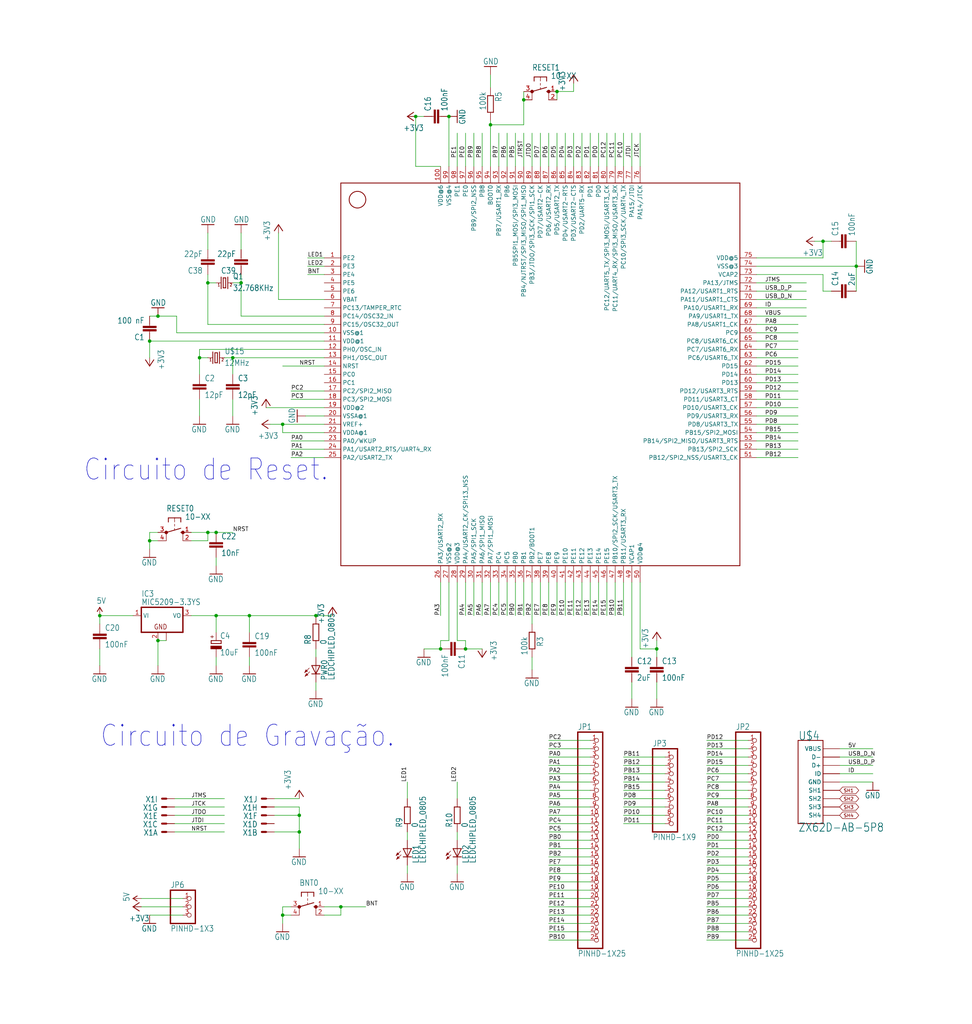
<source format=kicad_sch>
(kicad_sch (version 20211123) (generator eeschema)
  (paper "User" 297.002 312.699)
  (junction (at 30.48 187.96))
  (junction (at 104.14 276.86))
  (junction (at 142.24 198.12))
  (junction (at 48.26 195.58))
  (junction (at 137.16 35.56))
  (junction (at 73.66 86.36))
  (junction (at 134.62 198.12))
  (junction (at 170.18 27.94))
  (junction (at 66.04 162.56))
  (junction (at 48.26 96.52))
  (junction (at 60.96 109.22))
  (junction (at 66.04 187.96))
  (junction (at 149.86 38.1))
  (junction (at 45.72 104.14))
  (junction (at 251.46 73.66))
  (junction (at 45.72 165.1))
  (junction (at 86.36 129.54))
  (junction (at 96.52 187.96))
  (junction (at 71.12 109.22))
  (junction (at 91.44 254))
  (junction (at 261.62 81.28))
  (junction (at 63.5 86.36))
  (junction (at 200.66 198.12))
  (junction (at 127 35.56))
  (junction (at 86.36 279.4))
  (junction (at 160.02 30.48))
  (junction (at 76.2 187.96))
  (junction (at 91.44 248.92))
  (junction (at 63.5 162.56))
  (wire (pts (xy 66.04 203.2) (xy 66.04 200.66)))
  (wire (pts (xy 162.56 40.64) (xy 162.56 50.8)))
  (wire (pts (xy 142.24 195.58) (xy 142.24 198.12)))
  (wire (pts (xy 167.64 50.8) (xy 167.64 40.64)))
  (wire (pts (xy 104.14 279.4) (xy 104.14 276.86)))
  (wire (pts (xy 256.54 233.68) (xy 266.7 233.68)))
  (wire (pts (xy 203.2 233.68) (xy 190.5 233.68)))
  (wire (pts (xy 134.62 50.8) (xy 127 50.8)))
  (wire (pts (xy 180.34 246.38) (xy 167.64 246.38)))
  (wire (pts (xy 40.64 187.96) (xy 30.48 187.96)))
  (wire (pts (xy 175.26 27.94) (xy 175.26 25.4)))
  (wire (pts (xy 30.48 203.2) (xy 30.48 198.12)))
  (wire (pts (xy 195.58 40.64) (xy 195.58 50.8)))
  (wire (pts (xy 99.06 81.28) (xy 93.98 81.28)))
  (wire (pts (xy 180.34 231.14) (xy 167.64 231.14)))
  (wire (pts (xy 215.9 274.32) (xy 228.6 274.32)))
  (wire (pts (xy 45.72 104.14) (xy 45.72 109.22)))
  (wire (pts (xy 215.9 233.68) (xy 228.6 233.68)))
  (wire (pts (xy 215.9 259.08) (xy 228.6 259.08)))
  (wire (pts (xy 180.34 266.7) (xy 167.64 266.7)))
  (wire (pts (xy 231.14 111.76) (xy 243.84 111.76)))
  (wire (pts (xy 73.66 86.36) (xy 73.66 83.82)))
  (wire (pts (xy 215.9 246.38) (xy 228.6 246.38)))
  (wire (pts (xy 215.9 287.02) (xy 228.6 287.02)))
  (wire (pts (xy 99.06 106.68) (xy 60.96 106.68)))
  (wire (pts (xy 53.975 96.52) (xy 48.26 96.52)))
  (wire (pts (xy 60.96 106.68) (xy 60.96 109.22)))
  (wire (pts (xy 200.66 200.66) (xy 200.66 198.12)))
  (wire (pts (xy 215.9 243.84) (xy 228.6 243.84)))
  (wire (pts (xy 43.18 274.32) (xy 55.88 274.32)))
  (wire (pts (xy 63.5 165.1) (xy 63.5 162.56)))
  (wire (pts (xy 43.18 276.86) (xy 55.88 276.86)))
  (wire (pts (xy 203.2 231.14) (xy 190.5 231.14)))
  (wire (pts (xy 45.72 162.56) (xy 48.26 162.56)))
  (wire (pts (xy 180.34 241.3) (xy 167.64 241.3)))
  (wire (pts (xy 231.14 137.16) (xy 243.84 137.16)))
  (wire (pts (xy 231.14 96.52) (xy 246.38 96.52)))
  (wire (pts (xy 187.96 50.8) (xy 187.96 40.64)))
  (wire (pts (xy 231.14 132.08) (xy 243.84 132.08)))
  (wire (pts (xy 66.04 86.36) (xy 63.5 86.36)))
  (wire (pts (xy 149.86 22.86) (xy 149.86 26.67)))
  (wire (pts (xy 251.46 83.82) (xy 231.14 83.82)))
  (wire (pts (xy 180.34 254) (xy 167.64 254)))
  (wire (pts (xy 71.12 114.3) (xy 71.12 109.22)))
  (wire (pts (xy 248.92 73.66) (xy 251.46 73.66)))
  (wire (pts (xy 48.26 165.1) (xy 45.72 165.1)))
  (wire (pts (xy 200.66 198.12) (xy 195.58 198.12)))
  (wire (pts (xy 251.46 88.9) (xy 251.46 83.82)))
  (wire (pts (xy 66.04 187.96) (xy 76.2 187.96)))
  (wire (pts (xy 83.82 248.92) (xy 91.44 248.92)))
  (wire (pts (xy 160.02 40.64) (xy 160.02 50.8)))
  (wire (pts (xy 231.14 106.68) (xy 243.84 106.68)))
  (wire (pts (xy 137.16 195.58) (xy 134.62 195.58)))
  (wire (pts (xy 180.34 281.94) (xy 167.64 281.94)))
  (wire (pts (xy 45.72 165.1) (xy 45.72 162.56)))
  (wire (pts (xy 99.06 137.16) (xy 88.9 137.16)))
  (wire (pts (xy 190.5 177.8) (xy 190.5 187.96)))
  (wire (pts (xy 231.14 104.14) (xy 243.84 104.14)))
  (wire (pts (xy 160.02 38.1) (xy 160.02 30.48)))
  (wire (pts (xy 157.48 50.8) (xy 157.48 40.64)))
  (wire (pts (xy 180.34 287.02) (xy 167.64 287.02)))
  (wire (pts (xy 180.34 233.68) (xy 167.64 233.68)))
  (wire (pts (xy 180.34 271.78) (xy 167.64 271.78)))
  (wire (pts (xy 154.94 177.8) (xy 154.94 187.96)))
  (wire (pts (xy 60.96 114.3) (xy 60.96 109.22)))
  (wire (pts (xy 144.78 50.8) (xy 144.78 40.64)))
  (wire (pts (xy 85.09 91.44) (xy 85.09 71.12)))
  (wire (pts (xy 215.9 251.46) (xy 228.6 251.46)))
  (wire (pts (xy 73.66 96.52) (xy 73.66 86.36)))
  (wire (pts (xy 231.14 81.28) (xy 261.62 81.28)))
  (wire (pts (xy 180.34 50.8) (xy 180.34 40.64)))
  (wire (pts (xy 157.48 177.8) (xy 157.48 187.96)))
  (wire (pts (xy 231.14 119.38) (xy 243.84 119.38)))
  (wire (pts (xy 180.34 274.32) (xy 167.64 274.32)))
  (wire (pts (xy 86.36 279.4) (xy 86.36 276.86)))
  (wire (pts (xy 215.9 248.92) (xy 228.6 248.92)))
  (wire (pts (xy 154.94 50.8) (xy 154.94 40.64)))
  (wire (pts (xy 231.14 88.9) (xy 246.38 88.9)))
  (wire (pts (xy 170.18 177.8) (xy 170.18 187.96)))
  (wire (pts (xy 203.2 248.92) (xy 190.5 248.92)))
  (wire (pts (xy 182.88 50.8) (xy 182.88 40.64)))
  (wire (pts (xy 180.34 256.54) (xy 167.64 256.54)))
  (wire (pts (xy 180.34 251.46) (xy 167.64 251.46)))
  (wire (pts (xy 53.34 246.38) (xy 68.58 246.38)))
  (wire (pts (xy 99.06 119.38) (xy 88.9 119.38)))
  (wire (pts (xy 99.06 276.86) (xy 104.14 276.86)))
  (wire (pts (xy 99.06 134.62) (xy 88.9 134.62)))
  (wire (pts (xy 137.16 50.8) (xy 137.16 35.56)))
  (wire (pts (xy 137.16 177.8) (xy 137.16 195.58)))
  (wire (pts (xy 167.64 177.8) (xy 167.64 187.96)))
  (wire (pts (xy 200.66 198.12) (xy 200.66 195.58)))
  (wire (pts (xy 195.58 198.12) (xy 195.58 177.8)))
  (wire (pts (xy 231.14 116.84) (xy 243.84 116.84)))
  (wire (pts (xy 86.36 276.86) (xy 88.9 276.86)))
  (wire (pts (xy 228.6 226.06) (xy 215.9 226.06)))
  (wire (pts (xy 76.2 187.96) (xy 76.2 193.04)))
  (wire (pts (xy 139.7 243.84) (xy 139.7 238.76)))
  (wire (pts (xy 152.4 177.8) (xy 152.4 187.96)))
  (wire (pts (xy 86.36 281.94) (xy 86.36 279.4)))
  (wire (pts (xy 180.34 236.22) (xy 167.64 236.22)))
  (wire (pts (xy 203.2 241.3) (xy 190.5 241.3)))
  (wire (pts (xy 180.34 226.06) (xy 167.64 226.06)))
  (wire (pts (xy 71.12 127) (xy 71.12 121.92)))
  (wire (pts (xy 266.7 238.76) (xy 256.54 238.76)))
  (wire (pts (xy 203.2 243.84) (xy 190.5 243.84)))
  (wire (pts (xy 231.14 101.6) (xy 243.84 101.6)))
  (wire (pts (xy 53.34 251.46) (xy 68.58 251.46)))
  (wire (pts (xy 99.06 83.82) (xy 93.98 83.82)))
  (wire (pts (xy 215.9 264.16) (xy 228.6 264.16)))
  (wire (pts (xy 149.86 38.1) (xy 160.02 38.1)))
  (wire (pts (xy 215.9 231.14) (xy 228.6 231.14)))
  (wire (pts (xy 58.42 165.1) (xy 63.5 165.1)))
  (wire (pts (xy 231.14 127) (xy 243.84 127)))
  (wire (pts (xy 147.32 50.8) (xy 147.32 40.64)))
  (wire (pts (xy 215.9 238.76) (xy 228.6 238.76)))
  (wire (pts (xy 134.62 198.12) (xy 129.54 198.12)))
  (wire (pts (xy 83.82 254) (xy 91.44 254)))
  (wire (pts (xy 139.7 266.7) (xy 139.7 264.16)))
  (wire (pts (xy 180.34 259.08) (xy 167.64 259.08)))
  (wire (pts (xy 91.44 246.38) (xy 91.44 248.92)))
  (wire (pts (xy 180.34 276.86) (xy 167.64 276.86)))
  (wire (pts (xy 256.54 236.22) (xy 266.7 236.22)))
  (wire (pts (xy 254 73.66) (xy 251.46 73.66)))
  (wire (pts (xy 101.6 187.96) (xy 96.52 187.96)))
  (wire (pts (xy 71.12 109.22) (xy 68.58 109.22)))
  (wire (pts (xy 203.2 246.38) (xy 190.5 246.38)))
  (wire (pts (xy 215.9 269.24) (xy 228.6 269.24)))
  (wire (pts (xy 175.26 177.8) (xy 175.26 187.96)))
  (wire (pts (xy 58.42 187.96) (xy 66.04 187.96)))
  (wire (pts (xy 99.06 132.08) (xy 86.36 132.08)))
  (wire (pts (xy 99.06 96.52) (xy 73.66 96.52)))
  (wire (pts (xy 139.7 50.8) (xy 139.7 40.64)))
  (wire (pts (xy 50.8 195.58) (xy 48.26 195.58)))
  (wire (pts (xy 139.7 177.8) (xy 139.7 195.58)))
  (wire (pts (xy 215.9 261.62) (xy 228.6 261.62)))
  (wire (pts (xy 91.44 243.84) (xy 83.82 243.84)))
  (wire (pts (xy 99.06 121.92) (xy 88.9 121.92)))
  (wire (pts (xy 185.42 50.8) (xy 185.42 40.64)))
  (wire (pts (xy 104.14 276.86) (xy 111.76 276.86)))
  (wire (pts (xy 48.26 203.2) (xy 48.26 195.58)))
  (wire (pts (xy 180.34 243.84) (xy 167.64 243.84)))
  (wire (pts (xy 203.2 236.22) (xy 190.5 236.22)))
  (wire (pts (xy 71.12 86.36) (xy 73.66 86.36)))
  (wire (pts (xy 83.82 246.38) (xy 91.44 246.38)))
  (wire (pts (xy 215.9 236.22) (xy 228.6 236.22)))
  (wire (pts (xy 127 35.56) (xy 129.54 35.56)))
  (wire (pts (xy 96.52 200.66) (xy 96.52 198.12)))
  (wire (pts (xy 177.8 50.8) (xy 177.8 40.64)))
  (wire (pts (xy 165.1 177.8) (xy 165.1 187.96)))
  (wire (pts (xy 215.9 279.4) (xy 228.6 279.4)))
  (wire (pts (xy 63.5 162.56) (xy 66.04 162.56)))
  (wire (pts (xy 175.26 50.8) (xy 175.26 40.64)))
  (wire (pts (xy 180.34 248.92) (xy 167.64 248.92)))
  (wire (pts (xy 231.14 114.3) (xy 243.84 114.3)))
  (wire (pts (xy 228.6 228.6) (xy 215.9 228.6)))
  (wire (pts (xy 124.46 256.54) (xy 124.46 254)))
  (wire (pts (xy 215.9 271.78) (xy 228.6 271.78)))
  (wire (pts (xy 231.14 124.46) (xy 243.84 124.46)))
  (wire (pts (xy 162.56 177.8) (xy 162.56 190.5)))
  (wire (pts (xy 142.24 198.12) (xy 147.32 198.12)))
  (wire (pts (xy 127 50.8) (xy 127 35.56)))
  (wire (pts (xy 86.36 129.54) (xy 82.55 129.54)))
  (wire (pts (xy 53.34 248.92) (xy 68.58 248.92)))
  (wire (pts (xy 149.86 50.8) (xy 149.86 38.1)))
  (wire (pts (xy 231.14 109.22) (xy 243.84 109.22)))
  (wire (pts (xy 170.18 27.94) (xy 175.26 27.94)))
  (wire (pts (xy 231.14 91.44) (xy 246.38 91.44)))
  (wire (pts (xy 170.18 50.8) (xy 170.18 40.64)))
  (wire (pts (xy 170.18 27.94) (xy 170.18 30.48)))
  (wire (pts (xy 251.46 73.66) (xy 251.46 78.74)))
  (wire (pts (xy 99.06 111.76) (xy 86.36 111.76)))
  (wire (pts (xy 160.02 177.8) (xy 160.02 187.96)))
  (wire (pts (xy 93.345 127) (xy 99.06 127)))
  (wire (pts (xy 124.46 266.7) (xy 124.46 264.16)))
  (wire (pts (xy 58.42 162.56) (xy 63.5 162.56)))
  (wire (pts (xy 53.34 254) (xy 68.58 254)))
  (wire (pts (xy 180.34 177.8) (xy 180.34 187.96)))
  (wire (pts (xy 215.9 256.54) (xy 228.6 256.54)))
  (wire (pts (xy 180.34 238.76) (xy 167.64 238.76)))
  (wire (pts (xy 180.34 261.62) (xy 167.64 261.62)))
  (wire (pts (xy 99.06 101.6) (xy 53.975 101.6)))
  (wire (pts (xy 254 88.9) (xy 251.46 88.9)))
  (wire (pts (xy 66.04 172.72) (xy 66.04 170.18)))
  (wire (pts (xy 91.44 254) (xy 91.44 259.08)))
  (wire (pts (xy 256.54 228.6) (xy 266.7 228.6)))
  (wire (pts (xy 124.46 243.84) (xy 124.46 238.76)))
  (wire (pts (xy 144.78 177.8) (xy 144.78 187.96)))
  (wire (pts (xy 99.06 78.74) (xy 93.98 78.74)))
  (wire (pts (xy 256.54 231.14) (xy 266.7 231.14)))
  (wire (pts (xy 172.72 177.8) (xy 172.72 187.96)))
  (wire (pts (xy 165.1 50.8) (xy 165.1 40.64)))
  (wire (pts (xy 76.2 203.2) (xy 76.2 200.66)))
  (wire (pts (xy 99.06 91.44) (xy 85.09 91.44)))
  (wire (pts (xy 231.14 93.98) (xy 246.38 93.98)))
  (wire (pts (xy 73.66 71.12) (xy 73.66 76.2)))
  (wire (pts (xy 231.14 99.06) (xy 243.84 99.06)))
  (wire (pts (xy 63.5 99.06) (xy 63.5 86.36)))
  (wire (pts (xy 96.52 187.96) (xy 76.2 187.96)))
  (wire (pts (xy 88.9 279.4) (xy 86.36 279.4)))
  (wire (pts (xy 45.72 167.64) (xy 45.72 165.1)))
  (wire (pts (xy 231.14 121.92) (xy 243.84 121.92)))
  (wire (pts (xy 96.52 210.82) (xy 96.52 208.28)))
  (wire (pts (xy 185.42 177.8) (xy 185.42 187.96)))
  (wire (pts (xy 99.06 279.4) (xy 104.14 279.4)))
  (wire (pts (xy 53.975 101.6) (xy 53.975 96.52)))
  (wire (pts (xy 99.06 99.06) (xy 63.5 99.06)))
  (wire (pts (xy 66.04 162.56) (xy 71.12 162.56)))
  (wire (pts (xy 187.96 177.8) (xy 187.96 187.96)))
  (wire (pts (xy 193.04 213.36) (xy 193.04 208.28)))
  (wire (pts (xy 134.62 177.8) (xy 134.62 187.96)))
  (wire (pts (xy 182.88 177.8) (xy 182.88 187.96)))
  (wire (pts (xy 86.36 132.08) (xy 86.36 129.54)))
  (wire (pts (xy 231.14 129.54) (xy 243.84 129.54)))
  (wire (pts (xy 60.96 127) (xy 60.96 121.92)))
  (wire (pts (xy 215.9 284.48) (xy 228.6 284.48)))
  (wire (pts (xy 63.5 86.36) (xy 63.5 83.82)))
  (wire (pts (xy 160.02 30.48) (xy 160.02 27.94)))
  (wire (pts (xy 45.72 104.14) (xy 99.06 104.14)))
  (wire (pts (xy 134.62 195.58) (xy 134.62 198.12)))
  (wire (pts (xy 99.06 129.54) (xy 86.36 129.54)))
  (wire (pts (xy 231.14 134.62) (xy 243.84 134.62)))
  (wire (pts (xy 203.2 238.76) (xy 190.5 238.76)))
  (wire (pts (xy 142.24 177.8) (xy 142.24 187.96)))
  (wire (pts (xy 48.26 96.52) (xy 45.72 96.52)))
  (wire (pts (xy 231.14 86.36) (xy 246.38 86.36)))
  (wire (pts (xy 203.2 251.46) (xy 190.5 251.46)))
  (wire (pts (xy 177.8 177.8) (xy 177.8 187.96)))
  (wire (pts (xy 45.72 279.4) (xy 55.88 279.4)))
  (wire (pts (xy 261.62 88.9) (xy 261.62 81.28)))
  (wire (pts (xy 172.72 50.8) (xy 172.72 40.64)))
  (wire (pts (xy 66.04 193.04) (xy 66.04 187.96)))
  (wire (pts (xy 139.7 256.54) (xy 139.7 254)))
  (wire (pts (xy 200.66 213.36) (xy 200.66 208.28)))
  (wire (pts (xy 193.04 200.66) (xy 193.04 177.8)))
  (wire (pts (xy 60.96 109.22) (xy 63.5 109.22)))
  (wire (pts (xy 91.44 248.92) (xy 91.44 254)))
  (wire (pts (xy 53.34 243.84) (xy 68.58 243.84)))
  (wire (pts (xy 180.34 279.4) (xy 167.64 279.4)))
  (wire (pts (xy 215.9 281.94) (xy 228.6 281.94)))
  (wire (pts (xy 180.34 284.48) (xy 167.64 284.48)))
  (wire (pts (xy 180.34 269.24) (xy 167.64 269.24)))
  (wire (pts (xy 215.9 266.7) (xy 228.6 266.7)))
  (wire (pts (xy 261.62 81.28) (xy 261.62 73.66)))
  (wire (pts (xy 142.24 50.8) (xy 142.24 40.64)))
  (wire (pts (xy 99.06 109.22) (xy 71.12 109.22)))
  (wire (pts (xy 139.7 195.58) (xy 142.24 195.58)))
  (wire (pts (xy 99.06 124.46) (xy 81.28 124.46)))
  (wire (pts (xy 193.04 40.64) (xy 193.04 50.8)))
  (wire (pts (xy 215.9 241.3) (xy 228.6 241.3)))
  (wire (pts (xy 149.86 38.1) (xy 149.86 36.83)))
  (wire (pts (xy 147.32 177.8) (xy 147.32 187.96)))
  (wire (pts (xy 152.4 50.8) (xy 152.4 40.64)))
  (wire (pts (xy 215.9 254) (xy 228.6 254)))
  (wire (pts (xy 251.46 78.74) (xy 231.14 78.74)))
  (wire (pts (xy 180.34 264.16) (xy 167.64 264.16)))
  (wire (pts (xy 162.56 200.66) (xy 162.56 204.47)))
  (wire (pts (xy 30.48 190.5) (xy 30.48 187.96)))
  (wire (pts (xy 63.5 71.12) (xy 63.5 76.2)))
  (wire (pts (xy 215.9 276.86) (xy 228.6 276.86)))
  (wire (pts (xy 149.86 177.8) (xy 149.86 187.96)))
  (wire (pts (xy 99.06 139.7) (xy 88.9 139.7)))
  (wire (pts (xy 190.5 50.8) (xy 190.5 40.64)))
  (wire (pts (xy 180.34 228.6) (xy 167.64 228.6)))
  (wire (pts (xy 231.14 139.7) (xy 243.84 139.7)))
  (text "Circuito de Gravação." (at 30.48 228.6 180) (effects (font (size 6.4516 5.4838)) (justify left bottom)))
  (text "Circuito de Reset." (at 25.4 147.32 180) (effects (font (size 6.4516 5.4838)) (justify left bottom)))
  (label "PC3" (at 88.9 121.92 0) (effects (font (size 1.2446 1.2446))))
  (label "PE9" (at 167.64 269.24 0) (effects (font (size 1.2446 1.2446))))
  (label "PE10" (at 167.64 271.78 0) (effects (font (size 1.2446 1.2446))))
  (label "PD15" (at 215.9 233.68 0) (effects (font (size 1.2446 1.2446))))
  (label "JTCK" (at 195.58 48.26 90) (effects (font (size 1.2446 1.2446))))
  (label "PA6" (at 147.32 187.96 90) (effects (font (size 1.2446 1.2446))))
  (label "PB14" (at 233.68 134.62 0) (effects (font (size 1.2446 1.2446))))
  (label "PD12" (at 215.9 226.06 0) (effects (font (size 1.2446 1.2446))))
  (label "PD5" (at 215.9 269.24 0) (effects (font (size 1.2446 1.2446))))
  (label "PB13" (at 190.5 236.22 0) (effects (font (size 1.2446 1.2446))))
  (label "PD9" (at 233.68 127 0) (effects (font (size 1.2446 1.2446))))
  (label "PC7" (at 215.9 238.76 0) (effects (font (size 1.2446 1.2446))))
  (label "PA1" (at 167.64 233.68 0) (effects (font (size 1.2446 1.2446))))
  (label "PE11" (at 167.64 274.32 0) (effects (font (size 1.2446 1.2446))))
  (label "PB11" (at 190.5 231.14 0) (effects (font (size 1.2446 1.2446))))
  (label "PD6" (at 167.64 48.26 90) (effects (font (size 1.2446 1.2446))))
  (label "PB1" (at 167.64 259.08 0) (effects (font (size 1.2446 1.2446))))
  (label "PB14" (at 190.5 238.76 0) (effects (font (size 1.2446 1.2446))))
  (label "PC11" (at 215.9 251.46 0) (effects (font (size 1.2446 1.2446))))
  (label "PD10" (at 190.5 248.92 0) (effects (font (size 1.2446 1.2446))))
  (label "PE8" (at 167.64 266.7 0) (effects (font (size 1.2446 1.2446))))
  (label "PE12" (at 177.8 187.96 90) (effects (font (size 1.2446 1.2446))))
  (label "PD13" (at 233.68 116.84 0) (effects (font (size 1.2446 1.2446))))
  (label "PE15" (at 185.42 187.96 90) (effects (font (size 1.2446 1.2446))))
  (label "PB9" (at 144.78 48.26 90) (effects (font (size 1.2446 1.2446))))
  (label "PA5" (at 167.64 243.84 0) (effects (font (size 1.2446 1.2446))))
  (label "PB8" (at 215.9 284.48 0) (effects (font (size 1.2446 1.2446))))
  (label "PD8" (at 190.5 243.84 0) (effects (font (size 1.2446 1.2446))))
  (label "ID" (at 259.08 236.22 0) (effects (font (size 1.2446 1.2446))))
  (label "PB15" (at 233.68 132.08 0) (effects (font (size 1.2446 1.2446))))
  (label "JTDO" (at 58.42 248.92 0) (effects (font (size 1.2446 1.2446))))
  (label "ID" (at 233.68 93.98 0) (effects (font (size 1.2446 1.2446))))
  (label "PB2" (at 167.64 261.62 0) (effects (font (size 1.2446 1.2446))))
  (label "PA2" (at 88.9 139.7 0) (effects (font (size 1.2446 1.2446))))
  (label "PD3" (at 215.9 264.16 0) (effects (font (size 1.2446 1.2446))))
  (label "PC2" (at 88.9 119.38 0) (effects (font (size 1.2446 1.2446))))
  (label "PD1" (at 180.34 48.26 90) (effects (font (size 1.2446 1.2446))))
  (label "USB_D_N" (at 233.68 91.44 0) (effects (font (size 1.2446 1.2446))))
  (label "PE7" (at 167.64 264.16 0) (effects (font (size 1.2446 1.2446))))
  (label "PA0" (at 88.9 134.62 0) (effects (font (size 1.2446 1.2446))))
  (label "PB7" (at 215.9 281.94 0) (effects (font (size 1.2446 1.2446))))
  (label "JTRST" (at 160.02 48.26 90) (effects (font (size 1.2446 1.2446))))
  (label "NRST" (at 58.42 254 0) (effects (font (size 1.2446 1.2446))))
  (label "PD5" (at 170.18 48.26 90) (effects (font (size 1.2446 1.2446))))
  (label "PB2" (at 162.56 187.96 90) (effects (font (size 1.2446 1.2446))))
  (label "PA7" (at 149.86 187.96 90) (effects (font (size 1.2446 1.2446))))
  (label "JTMS" (at 233.68 86.36 0) (effects (font (size 1.2446 1.2446))))
  (label "PD9" (at 190.5 246.38 0) (effects (font (size 1.2446 1.2446))))
  (label "PE11" (at 175.26 187.96 90) (effects (font (size 1.2446 1.2446))))
  (label "LED1" (at 93.98 78.74 0) (effects (font (size 1.2446 1.2446))))
  (label "PA4" (at 142.24 187.96 90) (effects (font (size 1.2446 1.2446))))
  (label "BNT" (at 93.98 83.82 0) (effects (font (size 1.2446 1.2446))))
  (label "PC5" (at 167.64 254 0) (effects (font (size 1.2446 1.2446))))
  (label "PC12" (at 185.42 48.26 90) (effects (font (size 1.2446 1.2446))))
  (label "JTCK" (at 58.42 246.38 0) (effects (font (size 1.2446 1.2446))))
  (label "PE9" (at 170.18 187.96 90) (effects (font (size 1.2446 1.2446))))
  (label "PE1" (at 139.7 48.26 90) (effects (font (size 1.2446 1.2446))))
  (label "PD0" (at 215.9 256.54 0) (effects (font (size 1.2446 1.2446))))
  (label "PD14" (at 233.68 114.3 0) (effects (font (size 1.2446 1.2446))))
  (label "PA8" (at 233.68 99.06 0) (effects (font (size 1.2446 1.2446))))
  (label "PA1" (at 88.9 137.16 0) (effects (font (size 1.2446 1.2446))))
  (label "PA3" (at 167.64 238.76 0) (effects (font (size 1.2446 1.2446))))
  (label "PE14" (at 182.88 187.96 90) (effects (font (size 1.2446 1.2446))))
  (label "PB13" (at 233.68 137.16 0) (effects (font (size 1.2446 1.2446))))
  (label "PD14" (at 215.9 231.14 0) (effects (font (size 1.2446 1.2446))))
  (label "NRST" (at 91.44 111.76 0) (effects (font (size 1.2446 1.2446))))
  (label "PC8" (at 215.9 241.3 0) (effects (font (size 1.2446 1.2446))))
  (label "PC6" (at 215.9 236.22 0) (effects (font (size 1.2446 1.2446))))
  (label "JTDI" (at 58.42 251.46 0) (effects (font (size 1.2446 1.2446))))
  (label "PB12" (at 233.68 139.7 0) (effects (font (size 1.2446 1.2446))))
  (label "PA6" (at 167.64 246.38 0) (effects (font (size 1.2446 1.2446))))
  (label "PD2" (at 215.9 261.62 0) (effects (font (size 1.2446 1.2446))))
  (label "PC3" (at 167.64 228.6 0) (effects (font (size 1.2446 1.2446))))
  (label "PE10" (at 172.72 187.96 90) (effects (font (size 1.2446 1.2446))))
  (label "PA7" (at 167.64 248.92 0) (effects (font (size 1.2446 1.2446))))
  (label "PD13" (at 215.9 228.6 0) (effects (font (size 1.2446 1.2446))))
  (label "PC10" (at 215.9 248.92 0) (effects (font (size 1.2446 1.2446))))
  (label "PA0" (at 167.64 231.14 0) (effects (font (size 1.2446 1.2446))))
  (label "PC9" (at 233.68 101.6 0) (effects (font (size 1.2446 1.2446))))
  (label "LED2" (at 93.98 81.28 0) (effects (font (size 1.2446 1.2446))))
  (label "PC6" (at 233.68 109.22 0) (effects (font (size 1.2446 1.2446))))
  (label "PD11" (at 233.68 121.92 0) (effects (font (size 1.2446 1.2446))))
  (label "PB0" (at 157.48 187.96 90) (effects (font (size 1.2446 1.2446))))
  (label "USB_D_N" (at 259.08 231.14 0) (effects (font (size 1.2446 1.2446))))
  (label "BNT" (at 111.76 276.86 0) (effects (font (size 1.2446 1.2446))))
  (label "JTMS" (at 58.42 243.84 0) (effects (font (size 1.2446 1.2446))))
  (label "PB5" (at 157.48 48.26 90) (effects (font (size 1.2446 1.2446))))
  (label "VBUS" (at 233.68 96.52 0) (effects (font (size 1.2446 1.2446))))
  (label "PD11" (at 190.5 251.46 0) (effects (font (size 1.2446 1.2446))))
  (label "USB_D_P" (at 259.08 233.68 0) (effects (font (size 1.2446 1.2446))))
  (label "PB9" (at 215.9 287.02 0) (effects (font (size 1.2446 1.2446))))
  (label "PD15" (at 233.68 111.76 0) (effects (font (size 1.2446 1.2446))))
  (label "PC7" (at 233.68 106.68 0) (effects (font (size 1.2446 1.2446))))
  (label "PB12" (at 190.5 233.68 0) (effects (font (size 1.2446 1.2446))))
  (label "PB6" (at 215.9 279.4 0) (effects (font (size 1.2446 1.2446))))
  (label "5V" (at 259.08 228.6 0) (effects (font (size 1.2446 1.2446))))
  (label "PD8" (at 233.68 129.54 0) (effects (font (size 1.2446 1.2446))))
  (label "PE13" (at 167.64 279.4 0) (effects (font (size 1.2446 1.2446))))
  (label "PD3" (at 175.26 48.26 90) (effects (font (size 1.2446 1.2446))))
  (label "PA8" (at 215.9 246.38 0) (effects (font (size 1.2446 1.2446))))
  (label "PD7" (at 165.1 48.26 90) (effects (font (size 1.2446 1.2446))))
  (label "PB11" (at 190.5 187.96 90) (effects (font (size 1.2446 1.2446))))
  (label "PC8" (at 233.68 104.14 0) (effects (font (size 1.2446 1.2446))))
  (label "PD12" (at 233.68 119.38 0) (effects (font (size 1.2446 1.2446))))
  (label "USB_D_P" (at 233.68 88.9 0) (effects (font (size 1.2446 1.2446))))
  (label "PD4" (at 172.72 48.26 90) (effects (font (size 1.2446 1.2446))))
  (label "PB8" (at 147.32 48.26 90) (effects (font (size 1.2446 1.2446))))
  (label "PC5" (at 154.94 187.96 90) (effects (font (size 1.2446 1.2446))))
  (label "PC2" (at 167.64 226.06 0) (effects (font (size 1.2446 1.2446))))
  (label "PC9" (at 215.9 243.84 0) (effects (font (size 1.2446 1.2446))))
  (label "PE14" (at 167.64 281.94 0) (effects (font (size 1.2446 1.2446))))
  (label "JTDO" (at 162.56 48.26 90) (effects (font (size 1.2446 1.2446))))
  (label "PA3" (at 134.62 187.96 90) (effects (font (size 1.2446 1.2446))))
  (label "PE15" (at 167.64 284.48 0) (effects (font (size 1.2446 1.2446))))
  (label "PD10" (at 233.68 124.46 0) (effects (font (size 1.2446 1.2446))))
  (label "LED1" (at 124.46 238.76 90) (effects (font (size 1.2446 1.2446))))
  (label "PE12" (at 167.64 276.86 0) (effects (font (size 1.2446 1.2446))))
  (label "PB7" (at 152.4 48.26 90) (effects (font (size 1.2446 1.2446))))
  (label "PB0" (at 167.64 256.54 0) (effects (font (size 1.2446 1.2446))))
  (label "PB1" (at 160.02 187.96 90) (effects (font (size 1.2446 1.2446))))
  (label "PC12" (at 215.9 254 0) (effects (font (size 1.2446 1.2446))))
  (label "PD1" (at 215.9 259.08 0) (effects (font (size 1.2446 1.2446))))
  (label "PB5" (at 215.9 276.86 0) (effects (font (size 1.2446 1.2446))))
  (label "PB6" (at 154.94 48.26 90) (effects (font (size 1.2446 1.2446))))
  (label "PE0" (at 142.24 48.26 90) (effects (font (size 1.2446 1.2446))))
  (label "PD6" (at 215.9 271.78 0) (effects (font (size 1.2446 1.2446))))
  (label "PB10" (at 187.96 187.96 90) (effects (font (size 1.2446 1.2446))))
  (label "PB10" (at 167.64 287.02 0) (effects (font (size 1.2446 1.2446))))
  (label "PB15" (at 190.5 241.3 0) (effects (font (size 1.2446 1.2446))))
  (label "PE7" (at 165.1 187.96 90) (effects (font (size 1.2446 1.2446))))
  (label "PA2" (at 167.64 236.22 0) (effects (font (size 1.2446 1.2446))))
  (label "PD0" (at 182.88 48.26 90) (effects (font (size 1.2446 1.2446))))
  (label "JTDI" (at 193.04 48.26 90) (effects (font (size 1.2446 1.2446))))
  (label "PE13" (at 180.34 187.96 90) (effects (font (size 1.2446 1.2446))))
  (label "PC4" (at 167.64 251.46 0) (effects (font (size 1.2446 1.2446))))
  (label "PC10" (at 190.5 48.26 90) (effects (font (size 1.2446 1.2446))))
  (label "PD4" (at 215.9 266.7 0) (effects (font (size 1.2446 1.2446))))
  (label "PC4" (at 152.4 187.96 90) (effects (font (size 1.2446 1.2446))))
  (label "PD7" (at 215.9 274.32 0) (effects (font (size 1.2446 1.2446))))
  (label "PD2" (at 177.8 48.26 90) (effects (font (size 1.2446 1.2446))))
  (label "PA4" (at 167.64 241.3 0) (effects (font (size 1.2446 1.2446))))
  (label "PC11" (at 187.96 48.26 90) (effects (font (size 1.2446 1.2446))))
  (label "PA5" (at 144.78 187.96 90) (effects (font (size 1.2446 1.2446))))
  (label "NRST" (at 71.12 162.56 0) (effects (font (size 1.2446 1.2446))))
  (label "PE8" (at 167.64 187.96 90) (effects (font (size 1.2446 1.2446))))
  (label "LED2" (at 139.7 238.76 90) (effects (font (size 1.2446 1.2446))))
  (global_label "SH2" (shape bidirectional) (at 256.54 243.84 0) (effects (font (size 1.016 1.016))) (property "Intersheet References" "${INTERSHEET_REFS}" (effects hide)))
  (global_label "SH3" (shape bidirectional) (at 256.54 246.38 0) (effects (font (size 1.016 1.016))) (property "Intersheet References" "${INTERSHEET_REFS}" (effects hide)))
  (global_label "SH4" (shape bidirectional) (at 256.54 248.92 0) (effects (font (size 1.016 1.016))) (property "Intersheet References" "${INTERSHEET_REFS}" (effects hide)))
  (global_label "SH1" (shape bidirectional) (at 256.54 241.3 0) (effects (font (size 1.016 1.016))) (property "Intersheet References" "${INTERSHEET_REFS}" (effects hide)))
  (symbol (lib_id "Virgulino 01-eagle-import:CRYSTAL") (at 68.58 86.36 0) (unit 1)
    (property "Reference" "Q1" (at 71.12 85.344 0) (effects (font (size 1.778 1.5113)) (justify left bottom)))
    (property "Value" "32.768KHz" (at 71.12 88.9 0) (effects (font (size 1.778 1.5113)) (justify left bottom)))
    (property "Footprint" "Virgulino 01:0805" (effects hide))
  )
  (symbol (lib_id "Virgulino 01-eagle-import:GND") (at 149.86 20.32 180) (unit 1)
    (property "Reference" "#GND17" (effects hide))
    (property "Value" "GND" (at 152.4 17.78 0) (effects (font (size 1.778 1.5113)) (justify left bottom)))
    (property "Footprint" "Virgulino 01:" (effects hide))
  )
  (symbol (lib_id "Virgulino 01-eagle-import:GND") (at 66.04 205.74 0) (unit 1)
    (property "Reference" "#GND26" (effects hide))
    (property "Value" "GND" (at 63.5 208.28 0) (effects (font (size 1.778 1.5113)) (justify left bottom)))
    (property "Footprint" "Virgulino 01:" (effects hide))
  )
  (symbol (lib_id "Virgulino 01-eagle-import:+3V3") (at 81.28 121.92 0) (unit 1)
    (property "Reference" "#+3V14" (effects hide))
    (property "Value" "+3V3" (at 78.74 127 90) (effects (font (size 1.778 1.5113)) (justify left bottom)))
    (property "Footprint" "Virgulino 01:" (effects hide))
  )
  (symbol (lib_id "Virgulino 01-eagle-import:GND") (at 86.36 284.48 0) (unit 1)
    (property "Reference" "#GND33" (effects hide))
    (property "Value" "GND" (at 83.82 287.02 0) (effects (font (size 1.778 1.5113)) (justify left bottom)))
    (property "Footprint" "Virgulino 01:" (effects hide))
  )
  (symbol (lib_id "Virgulino 01-eagle-import:GND") (at 48.26 93.98 180) (unit 1)
    (property "Reference" "#GND5" (effects hide))
    (property "Value" "GND" (at 50.8 91.44 0) (effects (font (size 1.778 1.5113)) (justify left bottom)))
    (property "Footprint" "Virgulino 01:" (effects hide))
  )
  (symbol (lib_id "Virgulino 01-eagle-import:GND") (at 91.44 261.62 0) (unit 1)
    (property "Reference" "#GND7" (effects hide))
    (property "Value" "GND" (at 88.9 264.16 0) (effects (font (size 1.778 1.5113)) (justify left bottom)))
    (property "Footprint" "Virgulino 01:" (effects hide))
  )
  (symbol (lib_id "Virgulino 01-eagle-import:GND") (at 60.96 129.54 0) (unit 1)
    (property "Reference" "#GND1" (effects hide))
    (property "Value" "GND" (at 58.42 132.08 0) (effects (font (size 1.778 1.5113)) (justify left bottom)))
    (property "Footprint" "Virgulino 01:" (effects hide))
  )
  (symbol (lib_id "Virgulino 01-eagle-import:GND") (at 124.46 269.24 0) (unit 1)
    (property "Reference" "#GND23" (effects hide))
    (property "Value" "GND" (at 121.92 271.78 0) (effects (font (size 1.778 1.5113)) (justify left bottom)))
    (property "Footprint" "Virgulino 01:" (effects hide))
  )
  (symbol (lib_id "Virgulino 01-eagle-import:R-EU_R0402") (at 149.86 31.75 270) (unit 1)
    (property "Reference" "R5" (at 151.3586 27.94 0) (effects (font (size 1.778 1.5113)) (justify left bottom)))
    (property "Value" "100k" (at 146.558 27.94 0) (effects (font (size 1.778 1.5113)) (justify left bottom)))
    (property "Footprint" "Virgulino 01:R0402" (effects hide))
  )
  (symbol (lib_id "Virgulino 01-eagle-import:GND") (at 139.7 269.24 0) (unit 1)
    (property "Reference" "#GND27" (effects hide))
    (property "Value" "GND" (at 137.16 271.78 0) (effects (font (size 1.778 1.5113)) (justify left bottom)))
    (property "Footprint" "Virgulino 01:" (effects hide))
  )
  (symbol (lib_id "Virgulino 01-eagle-import:R-EU_R0402") (at 96.52 193.04 90) (unit 1)
    (property "Reference" "R8" (at 95.0214 196.85 0) (effects (font (size 1.778 1.5113)) (justify left bottom)))
    (property "Value" "0" (at 99.822 196.85 0) (effects (font (size 1.778 1.5113)) (justify left bottom)))
    (property "Footprint" "Virgulino 01:R0402" (effects hide))
  )
  (symbol (lib_id "Virgulino 01-eagle-import:+3V3") (at 40.64 276.86 90) (unit 1)
    (property "Reference" "#+3V11" (effects hide))
    (property "Value" "+3V3" (at 45.72 279.4 90) (effects (font (size 1.778 1.5113)) (justify left bottom)))
    (property "Footprint" "Virgulino 01:" (effects hide))
  )
  (symbol (lib_id "Virgulino 01-eagle-import:C-EUC0402") (at 66.04 165.1 0) (unit 1)
    (property "Reference" "C22" (at 67.564 164.719 0) (effects (font (size 1.778 1.5113)) (justify left bottom)))
    (property "Value" "10nF" (at 67.564 169.799 0) (effects (font (size 1.778 1.5113)) (justify left bottom)))
    (property "Footprint" "Virgulino 01:C0402" (effects hide))
  )
  (symbol (lib_id "Virgulino 01-eagle-import:GND") (at 73.66 68.58 180) (unit 1)
    (property "Reference" "#GND43" (effects hide))
    (property "Value" "GND" (at 76.2 66.04 0) (effects (font (size 1.778 1.5113)) (justify left bottom)))
    (property "Footprint" "Virgulino 01:" (effects hide))
  )
  (symbol (lib_id "Virgulino 01-eagle-import:GND") (at 129.54 200.66 0) (unit 1)
    (property "Reference" "#GND12" (effects hide))
    (property "Value" "GND" (at 127 203.2 0) (effects (font (size 1.778 1.5113)) (justify left bottom)))
    (property "Footprint" "Virgulino 01:" (effects hide))
  )
  (symbol (lib_id "Virgulino 01-eagle-import:10-XX") (at 165.1 27.94 270) (unit 1)
    (property "Reference" "RESET1" (at 162.56 21.59 90) (effects (font (size 1.778 1.5113)) (justify left bottom)))
    (property "Value" "10-XX" (at 168.275 24.13 90) (effects (font (size 1.778 1.5113)) (justify left bottom)))
    (property "Footprint" "Virgulino 01:B3F-F05XX" (effects hide))
  )
  (symbol (lib_id "Virgulino 01-eagle-import:GND") (at 63.5 68.58 180) (unit 1)
    (property "Reference" "#GND42" (effects hide))
    (property "Value" "GND" (at 66.04 66.04 0) (effects (font (size 1.778 1.5113)) (justify left bottom)))
    (property "Footprint" "Virgulino 01:" (effects hide))
  )
  (symbol (lib_id "Virgulino 01-eagle-import:C-EUC0402") (at 63.5 81.28 180) (unit 1)
    (property "Reference" "C38" (at 61.976 81.661 0) (effects (font (size 1.778 1.5113)) (justify left bottom)))
    (property "Value" "22pF" (at 61.976 76.581 0) (effects (font (size 1.778 1.5113)) (justify left bottom)))
    (property "Footprint" "Virgulino 01:C0402" (effects hide))
  )
  (symbol (lib_id "Virgulino 01-eagle-import:LEDCHIPLED_0805") (at 96.52 203.2 0) (unit 1)
    (property "Reference" "PWR0" (at 100.076 207.772 90) (effects (font (size 1.778 1.5113)) (justify left bottom)))
    (property "Value" "LEDCHIPLED_0805" (at 102.235 207.772 90) (effects (font (size 1.778 1.5113)) (justify left bottom)))
    (property "Footprint" "Virgulino 01:CHIPLED_0805" (effects hide))
  )
  (symbol (lib_id "Virgulino 01-eagle-import:GND") (at 48.26 205.74 0) (unit 1)
    (property "Reference" "#GND25" (effects hide))
    (property "Value" "GND" (at 45.72 208.28 0) (effects (font (size 1.778 1.5113)) (justify left bottom)))
    (property "Footprint" "Virgulino 01:" (effects hide))
  )
  (symbol (lib_id "Virgulino 01-eagle-import:1365-10") (at 81.28 254 180) (unit 2)
    (property "Reference" "X1" (at 78.74 253.238 0) (effects (font (size 1.778 1.5113)) (justify left bottom)))
    (property "Value" "1365-10" (effects hide))
    (property "Footprint" "Virgulino 01:1365-10" (effects hide))
  )
  (symbol (lib_id "Virgulino 01-eagle-import:GND") (at 66.04 175.26 0) (unit 1)
    (property "Reference" "#GND29" (effects hide))
    (property "Value" "GND" (at 63.5 177.8 0) (effects (font (size 1.778 1.5113)) (justify left bottom)))
    (property "Footprint" "Virgulino 01:" (effects hide))
  )
  (symbol (lib_id "Virgulino 01-eagle-import:GND") (at 76.2 205.74 0) (unit 1)
    (property "Reference" "#GND28" (effects hide))
    (property "Value" "GND" (at 73.66 208.28 0) (effects (font (size 1.778 1.5113)) (justify left bottom)))
    (property "Footprint" "Virgulino 01:" (effects hide))
  )
  (symbol (lib_id "Virgulino 01-eagle-import:+3V3") (at 45.72 111.76 180) (unit 1)
    (property "Reference" "#+3V1" (effects hide))
    (property "Value" "+3V3" (at 48.26 106.68 90) (effects (font (size 1.778 1.5113)) (justify left bottom)))
    (property "Footprint" "Virgulino 01:" (effects hide))
  )
  (symbol (lib_id "Virgulino 01-eagle-import:1365-10") (at 50.8 243.84 180) (unit 9)
    (property "Reference" "X1" (at 48.26 243.078 0) (effects (font (size 1.778 1.5113)) (justify left bottom)))
    (property "Value" "1365-10" (effects hide))
    (property "Footprint" "Virgulino 01:1365-10" (effects hide))
  )
  (symbol (lib_id "Virgulino 01-eagle-import:+3V3") (at 85.09 68.58 0) (unit 1)
    (property "Reference" "#+3V12" (effects hide))
    (property "Value" "+3V3" (at 82.55 73.66 90) (effects (font (size 1.778 1.5113)) (justify left bottom)))
    (property "Footprint" "Virgulino 01:" (effects hide))
  )
  (symbol (lib_id "Virgulino 01-eagle-import:10-XX") (at 53.34 162.56 270) (unit 1)
    (property "Reference" "RESET0" (at 50.8 156.21 90) (effects (font (size 1.778 1.5113)) (justify left bottom)))
    (property "Value" "10-XX" (at 56.515 158.75 90) (effects (font (size 1.778 1.5113)) (justify left bottom)))
    (property "Footprint" "Virgulino 01:B3F-F05XX" (effects hide))
  )
  (symbol (lib_id "Virgulino 01-eagle-import:C-EUC0402") (at 30.48 193.04 0) (unit 1)
    (property "Reference" "C20" (at 32.004 192.659 0) (effects (font (size 1.778 1.5113)) (justify left bottom)))
    (property "Value" "100nF" (at 32.004 197.739 0) (effects (font (size 1.778 1.5113)) (justify left bottom)))
    (property "Footprint" "Virgulino 01:C0402" (effects hide))
  )
  (symbol (lib_id "Virgulino 01-eagle-import:1365-10") (at 81.28 251.46 180) (unit 4)
    (property "Reference" "X1" (at 78.74 250.698 0) (effects (font (size 1.778 1.5113)) (justify left bottom)))
    (property "Value" "1365-10" (effects hide))
    (property "Footprint" "Virgulino 01:1365-10" (effects hide))
  )
  (symbol (lib_id "Virgulino 01-eagle-import:+3V3") (at 175.26 22.86 0) (unit 1)
    (property "Reference" "#+3V3" (effects hide))
    (property "Value" "+3V3" (at 172.72 27.94 90) (effects (font (size 1.778 1.5113)) (justify left bottom)))
    (property "Footprint" "Virgulino 01:" (effects hide))
  )
  (symbol (lib_id "Virgulino 01-eagle-import:C-EUC0402") (at 71.12 116.84 0) (unit 1)
    (property "Reference" "C3" (at 72.644 116.459 0) (effects (font (size 1.778 1.5113)) (justify left bottom)))
    (property "Value" "12pF" (at 72.644 121.539 0) (effects (font (size 1.778 1.5113)) (justify left bottom)))
    (property "Footprint" "Virgulino 01:C0402" (effects hide))
  )
  (symbol (lib_id "Virgulino 01-eagle-import:GND") (at 193.04 215.9 0) (unit 1)
    (property "Reference" "#GND14" (effects hide))
    (property "Value" "GND" (at 190.5 218.44 0) (effects (font (size 1.778 1.5113)) (justify left bottom)))
    (property "Footprint" "Virgulino 01:" (effects hide))
  )
  (symbol (lib_id "Virgulino 01-eagle-import:PINHD-1X25") (at 182.88 256.54 0) (unit 1)
    (property "Reference" "JP1" (at 176.53 222.885 0) (effects (font (size 1.778 1.5113)) (justify left bottom)))
    (property "Value" "PINHD-1X25" (at 176.53 292.1 0) (effects (font (size 1.778 1.5113)) (justify left bottom)))
    (property "Footprint" "Virgulino 01:1X25_ROUND" (effects hide))
  )
  (symbol (lib_id "Virgulino 01-eagle-import:UA78MDCY") (at 48.26 187.96 0) (unit 1)
    (property "Reference" "IC3" (at 43.18 182.245 0) (effects (font (size 1.778 1.5113)) (justify left bottom)))
    (property "Value" "MIC5209-3.3YS" (at 43.18 184.785 0) (effects (font (size 1.778 1.5113)) (justify left bottom)))
    (property "Footprint" "Virgulino 01:SOT223" (effects hide))
  )
  (symbol (lib_id "Virgulino 01-eagle-import:+3V3") (at 124.46 35.56 90) (unit 1)
    (property "Reference" "#+3V7" (effects hide))
    (property "Value" "+3V3" (at 129.54 38.1 90) (effects (font (size 1.778 1.5113)) (justify left bottom)))
    (property "Footprint" "Virgulino 01:" (effects hide))
  )
  (symbol (lib_id "Virgulino 01-eagle-import:GND") (at 264.16 81.28 90) (unit 1)
    (property "Reference" "#GND16" (effects hide))
    (property "Value" "GND" (at 266.7 83.82 0) (effects (font (size 1.778 1.5113)) (justify left bottom)))
    (property "Footprint" "Virgulino 01:" (effects hide))
  )
  (symbol (lib_id "Virgulino 01-eagle-import:5V") (at 30.48 187.96 0) (unit 1)
    (property "Reference" "#U$2" (effects hide))
    (property "Value" "5V" (at 29.464 184.404 0) (effects (font (size 1.778 1.5113)) (justify left bottom)))
    (property "Footprint" "Virgulino 01:" (effects hide))
  )
  (symbol (lib_id "Virgulino 01-eagle-import:+3V3") (at 80.01 129.54 90) (unit 1)
    (property "Reference" "#+3V8" (effects hide))
    (property "Value" "+3V3" (at 85.09 132.08 90) (effects (font (size 1.778 1.5113)) (justify left bottom)))
    (property "Footprint" "Virgulino 01:" (effects hide))
  )
  (symbol (lib_id "Virgulino 01-eagle-import:1365-10") (at 50.8 248.92 180) (unit 5)
    (property "Reference" "X1" (at 48.26 248.158 0) (effects (font (size 1.778 1.5113)) (justify left bottom)))
    (property "Value" "1365-10" (effects hide))
    (property "Footprint" "Virgulino 01:1365-10" (effects hide))
  )
  (symbol (lib_id "Virgulino 01-eagle-import:GND") (at 71.12 129.54 0) (unit 1)
    (property "Reference" "#GND2" (effects hide))
    (property "Value" "GND" (at 68.58 132.08 0) (effects (font (size 1.778 1.5113)) (justify left bottom)))
    (property "Footprint" "Virgulino 01:" (effects hide))
  )
  (symbol (lib_id "Virgulino 01-eagle-import:1365-10") (at 81.28 243.84 180) (unit 10)
    (property "Reference" "X1" (at 78.74 243.078 0) (effects (font (size 1.778 1.5113)) (justify left bottom)))
    (property "Value" "1365-10" (effects hide))
    (property "Footprint" "Virgulino 01:1365-10" (effects hide))
  )
  (symbol (lib_id "Virgulino 01-eagle-import:C-EUC0402") (at 200.66 203.2 0) (unit 1)
    (property "Reference" "C13" (at 202.184 202.819 0) (effects (font (size 1.778 1.5113)) (justify left bottom)))
    (property "Value" "100nF" (at 202.184 207.899 0) (effects (font (size 1.778 1.5113)) (justify left bottom)))
    (property "Footprint" "Virgulino 01:C0402" (effects hide))
  )
  (symbol (lib_id "Virgulino 01-eagle-import:PINHD-1X3") (at 58.42 276.86 0) (unit 1)
    (property "Reference" "JP6" (at 52.07 271.145 0) (effects (font (size 1.778 1.5113)) (justify left bottom)))
    (property "Value" "PINHD-1X3" (at 52.07 284.48 0) (effects (font (size 1.778 1.5113)) (justify left bottom)))
    (property "Footprint" "Virgulino 01:1X03" (effects hide))
  )
  (symbol (lib_id "Virgulino 01-eagle-import:GND") (at 162.56 207.01 0) (unit 1)
    (property "Reference" "#GND3" (effects hide))
    (property "Value" "GND" (at 160.02 209.55 0) (effects (font (size 1.778 1.5113)) (justify left bottom)))
    (property "Footprint" "Virgulino 01:" (effects hide))
  )
  (symbol (lib_id "Virgulino 01-eagle-import:PINHD-1X9") (at 205.74 241.3 0) (unit 1)
    (property "Reference" "JP3" (at 199.39 227.965 0) (effects (font (size 1.778 1.5113)) (justify left bottom)))
    (property "Value" "PINHD-1X9" (at 199.39 256.54 0) (effects (font (size 1.778 1.5113)) (justify left bottom)))
    (property "Footprint" "Virgulino 01:1X09_ROUND" (effects hide))
  )
  (symbol (lib_id "Virgulino 01-eagle-import:LEDCHIPLED_0805") (at 124.46 259.08 0) (unit 1)
    (property "Reference" "LED1" (at 128.016 263.652 90) (effects (font (size 1.778 1.5113)) (justify left bottom)))
    (property "Value" "LEDCHIPLED_0805" (at 130.175 263.652 90) (effects (font (size 1.778 1.5113)) (justify left bottom)))
    (property "Footprint" "Virgulino 01:CHIPLED_0805" (effects hide))
  )
  (symbol (lib_id "Virgulino 01-eagle-import:C-EUC0402") (at 60.96 116.84 0) (unit 1)
    (property "Reference" "C2" (at 62.484 116.459 0) (effects (font (size 1.778 1.5113)) (justify left bottom)))
    (property "Value" "12pF" (at 62.484 121.539 0) (effects (font (size 1.778 1.5113)) (justify left bottom)))
    (property "Footprint" "Virgulino 01:C0402" (effects hide))
  )
  (symbol (lib_id "Virgulino 01-eagle-import:GND") (at 266.7 241.3 0) (unit 1)
    (property "Reference" "#GND11" (effects hide))
    (property "Value" "GND" (at 264.16 243.84 0) (effects (font (size 1.778 1.5113)) (justify left bottom)))
    (property "Footprint" "Virgulino 01:" (effects hide))
  )
  (symbol (lib_id "Virgulino 01-eagle-import:C-EUC0402") (at 139.7 198.12 270) (unit 1)
    (property "Reference" "C11" (at 140.081 199.644 0) (effects (font (size 1.778 1.5113)) (justify left bottom)))
    (property "Value" "100nF" (at 135.001 199.644 0) (effects (font (size 1.778 1.5113)) (justify left bottom)))
    (property "Footprint" "Virgulino 01:C0402" (effects hide))
  )
  (symbol (lib_id "Virgulino 01-eagle-import:STM32F407") (at 165.1 106.68 0) (unit 1)
    (property "Reference" "U1" (effects hide))
    (property "Value" "STM32F407" (effects hide))
    (property "Footprint" "Virgulino 01:TQFP100" (effects hide))
  )
  (symbol (lib_id "Virgulino 01-eagle-import:LEDCHIPLED_0805") (at 139.7 259.08 0) (unit 1)
    (property "Reference" "LED2" (at 143.256 263.652 90) (effects (font (size 1.778 1.5113)) (justify left bottom)))
    (property "Value" "LEDCHIPLED_0805" (at 145.415 263.652 90) (effects (font (size 1.778 1.5113)) (justify left bottom)))
    (property "Footprint" "Virgulino 01:CHIPLED_0805" (effects hide))
  )
  (symbol (lib_id "Virgulino 01-eagle-import:C-EUC0402") (at 193.04 203.2 0) (unit 1)
    (property "Reference" "C12" (at 194.564 202.819 0) (effects (font (size 1.778 1.5113)) (justify left bottom)))
    (property "Value" "2uF" (at 194.564 207.899 0) (effects (font (size 1.778 1.5113)) (justify left bottom)))
    (property "Footprint" "Virgulino 01:C0402" (effects hide))
  )
  (symbol (lib_id "Virgulino 01-eagle-import:GND") (at 90.805 127 270) (unit 1)
    (property "Reference" "#GND8" (effects hide))
    (property "Value" "GND" (at 88.265 124.46 0) (effects (font (size 1.778 1.5113)) (justify left bottom)))
    (property "Footprint" "Virgulino 01:" (effects hide))
  )
  (symbol (lib_id "Virgulino 01-eagle-import:R-EU_R0402") (at 139.7 248.92 90) (unit 1)
    (property "Reference" "R10" (at 138.2014 252.73 0) (effects (font (size 1.778 1.5113)) (justify left bottom)))
    (property "Value" "0" (at 143.002 252.73 0) (effects (font (size 1.778 1.5113)) (justify left bottom)))
    (property "Footprint" "Virgulino 01:R0402" (effects hide))
  )
  (symbol (lib_id "Virgulino 01-eagle-import:R-EU_R0402") (at 124.46 248.92 90) (unit 1)
    (property "Reference" "R9" (at 122.9614 252.73 0) (effects (font (size 1.778 1.5113)) (justify left bottom)))
    (property "Value" "0" (at 127.762 252.73 0) (effects (font (size 1.778 1.5113)) (justify left bottom)))
    (property "Footprint" "Virgulino 01:R0402" (effects hide))
  )
  (symbol (lib_id "Virgulino 01-eagle-import:C-EUC0402") (at 73.66 81.28 180) (unit 1)
    (property "Reference" "C39" (at 72.136 81.661 0) (effects (font (size 1.778 1.5113)) (justify left bottom)))
    (property "Value" "22pF" (at 72.136 76.581 0) (effects (font (size 1.778 1.5113)) (justify left bottom)))
    (property "Footprint" "Virgulino 01:C0402" (effects hide))
  )
  (symbol (lib_id "Virgulino 01-eagle-import:1365-10") (at 50.8 251.46 180) (unit 3)
    (property "Reference" "X1" (at 48.26 250.698 0) (effects (font (size 1.778 1.5113)) (justify left bottom)))
    (property "Value" "1365-10" (effects hide))
    (property "Footprint" "Virgulino 01:1365-10" (effects hide))
  )
  (symbol (lib_id "Virgulino 01-eagle-import:C-EUC0402") (at 256.54 73.66 90) (unit 1)
    (property "Reference" "C15" (at 256.159 72.136 0) (effects (font (size 1.778 1.5113)) (justify left bottom)))
    (property "Value" "100nF" (at 261.239 72.136 0) (effects (font (size 1.778 1.5113)) (justify left bottom)))
    (property "Footprint" "Virgulino 01:C0402" (effects hide))
  )
  (symbol (lib_id "Virgulino 01-eagle-import:+3V3") (at 91.44 241.3 0) (unit 1)
    (property "Reference" "#+3V6" (effects hide))
    (property "Value" "+3V3" (at 88.9 241.3 90) (effects (font (size 1.778 1.5113)) (justify left bottom)))
    (property "Footprint" "Virgulino 01:" (effects hide))
  )
  (symbol (lib_id "Virgulino 01-eagle-import:C-EUC0402") (at 132.08 35.56 90) (unit 1)
    (property "Reference" "C16" (at 131.699 34.036 0) (effects (font (size 1.778 1.5113)) (justify left bottom)))
    (property "Value" "100nF" (at 136.779 34.036 0) (effects (font (size 1.778 1.5113)) (justify left bottom)))
    (property "Footprint" "Virgulino 01:C0402" (effects hide))
  )
  (symbol (lib_id "Virgulino 01-eagle-import:CSM-3X-DU") (at 66.04 109.22 0) (unit 1)
    (property "Reference" "U$15" (at 68.58 108.204 0) (effects (font (size 1.778 1.5113)) (justify left bottom)))
    (property "Value" "12MHz" (at 68.58 111.76 0) (effects (font (size 1.778 1.5113)) (justify left bottom)))
    (property "Footprint" "Virgulino 01:CSM-3X" (effects hide))
  )
  (symbol (lib_id "Virgulino 01-eagle-import:+3V3") (at 101.6 185.42 0) (unit 1)
    (property "Reference" "#+3V9" (effects hide))
    (property "Value" "+3V3" (at 99.06 190.5 90) (effects (font (size 1.778 1.5113)) (justify left bottom)))
    (property "Footprint" "Virgulino 01:" (effects hide))
  )
  (symbol (lib_id "Virgulino 01-eagle-import:R-EU_R0402") (at 162.56 195.58 90) (unit 1)
    (property "Reference" "R3" (at 164.0586 194.31 0) (effects (font (size 1.778 1.5113)) (justify right top)))
    (property "Value" "100k" (at 159.258 194.31 0) (effects (font (size 1.778 1.5113)) (justify right top)))
    (property "Footprint" "Virgulino 01:R0402" (effects hide))
  )
  (symbol (lib_id "Virgulino 01-eagle-import:GND") (at 45.72 281.94 0) (unit 1)
    (property "Reference" "#GND6" (effects hide))
    (property "Value" "GND" (at 43.18 284.48 0) (effects (font (size 1.778 1.5113)) (justify left bottom)))
    (property "Footprint" "Virgulino 01:" (effects hide))
  )
  (symbol (lib_id "Virgulino 01-eagle-import:GND") (at 45.72 170.18 0) (unit 1)
    (property "Reference" "#GND30" (effects hide))
    (property "Value" "GND" (at 43.18 172.72 0) (effects (font (size 1.778 1.5113)) (justify left bottom)))
    (property "Footprint" "Virgulino 01:" (effects hide))
  )
  (symbol (lib_id "Virgulino 01-eagle-import:+3V3") (at 246.38 73.66 90) (unit 1)
    (property "Reference" "#+3V5" (effects hide))
    (property "Value" "+3V3" (at 251.46 76.2 90) (effects (font (size 1.778 1.5113)) (justify left bottom)))
    (property "Footprint" "Virgulino 01:" (effects hide))
  )
  (symbol (lib_id "Virgulino 01-eagle-import:C-EUC0402") (at 45.72 101.6 180) (unit 1)
    (property "Reference" "C1" (at 44.196 101.981 0) (effects (font (size 1.778 1.5113)) (justify left bottom)))
    (property "Value" "100 nF" (at 44.196 96.901 0) (effects (font (size 1.778 1.5113)) (justify left bottom)))
    (property "Footprint" "Virgulino 01:C0402" (effects hide))
  )
  (symbol (lib_id "Virgulino 01-eagle-import:GND") (at 200.66 215.9 0) (unit 1)
    (property "Reference" "#GND15" (effects hide))
    (property "Value" "GND" (at 198.12 218.44 0) (effects (font (size 1.778 1.5113)) (justify left bottom)))
    (property "Footprint" "Virgulino 01:" (effects hide))
  )
  (symbol (lib_id "Virgulino 01-eagle-import:1365-10") (at 81.28 248.92 180) (unit 6)
    (property "Reference" "X1" (at 78.74 248.158 0) (effects (font (size 1.778 1.5113)) (justify left bottom)))
    (property "Value" "1365-10" (effects hide))
    (property "Footprint" "Virgulino 01:1365-10" (effects hide))
  )
  (symbol (lib_id "Virgulino 01-eagle-import:C-EUC0402") (at 256.54 88.9 90) (unit 1)
    (property "Reference" "C14" (at 256.159 87.376 0) (effects (font (size 1.778 1.5113)) (justify left bottom)))
    (property "Value" "2uF" (at 261.239 87.376 0) (effects (font (size 1.778 1.5113)) (justify left bottom)))
    (property "Footprint" "Virgulino 01:C0402" (effects hide))
  )
  (symbol (lib_id "Virgulino 01-eagle-import:10-XX") (at 93.98 276.86 270) (unit 1)
    (property "Reference" "BNT0" (at 91.44 270.51 90) (effects (font (size 1.778 1.5113)) (justify left bottom)))
    (property "Value" "10-XX" (at 97.155 273.05 90) (effects (font (size 1.778 1.5113)) (justify left bottom)))
    (property "Footprint" "Virgulino 01:B3F-F05XX" (effects hide))
  )
  (symbol (lib_id "Virgulino 01-eagle-import:+3V3") (at 147.32 200.66 180) (unit 1)
    (property "Reference" "#+3V2" (effects hide))
    (property "Value" "+3V3" (at 149.86 195.58 90) (effects (font (size 1.778 1.5113)) (justify left bottom)))
    (property "Footprint" "Virgulino 01:" (effects hide))
  )
  (symbol (lib_id "Virgulino 01-eagle-import:PINHD-1X25") (at 231.14 256.54 0) (unit 1)
    (property "Reference" "JP2" (at 224.79 222.885 0) (effects (font (size 1.778 1.5113)) (justify left bottom)))
    (property "Value" "PINHD-1X25" (at 224.79 292.1 0) (effects (font (size 1.778 1.5113)) (justify left bottom)))
    (property "Footprint" "Virgulino 01:1X25_ROUND" (effects hide))
  )
  (symbol (lib_id "Virgulino 01-eagle-import:+3V3") (at 200.66 193.04 0) (unit 1)
    (property "Reference" "#+3V4" (effects hide))
    (property "Value" "+3V3" (at 198.12 198.12 90) (effects (font (size 1.778 1.5113)) (justify left bottom)))
    (property "Footprint" "Virgulino 01:" (effects hide))
  )
  (symbol (lib_id "Virgulino 01-eagle-import:CPOL-EUCPOL_1206") (at 66.04 195.58 0) (unit 1)
    (property "Reference" "C4" (at 67.183 195.0974 0) (effects (font (size 1.778 1.5113)) (justify left bottom)))
    (property "Value" "10uF" (at 67.183 200.1774 0) (effects (font (size 1.778 1.5113)) (justify left bottom)))
    (property "Footprint" "Virgulino 01:CPOL1206" (effects hide))
  )
  (symbol (lib_id "Virgulino 01-eagle-import:1365-10") (at 50.8 254 180) (unit 1)
    (property "Reference" "X1" (at 48.26 253.238 0) (effects (font (size 1.778 1.5113)) (justify left bottom)))
    (property "Value" "1365-10" (effects hide))
    (property "Footprint" "Virgulino 01:1365-10" (effects hide))
  )
  (symbol (lib_id "Virgulino 01-eagle-import:C-EUC0402") (at 76.2 195.58 0) (unit 1)
    (property "Reference" "C19" (at 77.724 195.199 0) (effects (font (size 1.778 1.5113)) (justify left bottom)))
    (property "Value" "100nF" (at 77.724 200.279 0) (effects (font (size 1.778 1.5113)) (justify left bottom)))
    (property "Footprint" "Virgulino 01:C0402" (effects hide))
  )
  (symbol (lib_id "Virgulino 01-eagle-import:1365-10") (at 81.28 246.38 180) (unit 8)
    (property "Reference" "X1" (at 78.74 245.618 0) (effects (font (size 1.778 1.5113)) (justify left bottom)))
    (property "Value" "1365-10" (effects hide))
    (property "Footprint" "Virgulino 01:1365-10" (effects hide))
  )
  (symbol (lib_id "Virgulino 01-eagle-import:5V") (at 43.18 274.32 90) (unit 1)
    (property "Reference" "#U$5" (effects hide))
    (property "Value" "5V" (at 39.624 275.336 0) (effects (font (size 1.778 1.5113)) (justify left bottom)))
    (property "Footprint" "Virgulino 01:" (effects hide))
  )
  (symbol (lib_id "Virgulino 01-eagle-import:GND") (at 30.48 205.74 0) (unit 1)
    (property "Reference" "#GND24" (effects hide))
    (property "Value" "GND" (at 27.94 208.28 0) (effects (font (size 1.778 1.5113)) (justify left bottom)))
    (property "Footprint" "Virgulino 01:" (effects hide))
  )
  (symbol (lib_id "Virgulino 01-eagle-import:GND") (at 139.7 35.56 90) (unit 1)
    (property "Reference" "#GND18" (effects hide))
    (property "Value" "GND" (at 142.24 38.1 0) (effects (font (size 1.778 1.5113)) (justify left bottom)))
    (property "Footprint" "Virgulino 01:" (effects hide))
  )
  (symbol (lib_id "Virgulino 01-eagle-import:1365-10") (at 50.8 246.38 180) (unit 7)
    (property "Reference" "X1" (at 48.26 245.618 0) (effects (font (size 1.778 1.5113)) (justify left bottom)))
    (property "Value" "1365-10" (effects hide))
    (property "Footprint" "Virgulino 01:1365-10" (effects hide))
  )
  (symbol (lib_id "Virgulino 01-eagle-import:ZX62D-AB-5P8") (at 248.92 238.76 0) (unit 1)
    (property "Reference" "U$4" (at 243.84 226.06 0) (effects (font (size 2.54 2.159)) (justify left bottom)))
    (property "Value" "ZX62D-AB-5P8" (at 243.84 254 0) (effects (font (size 2.54 2.159)) (justify left bottom)))
    (property "Footprint" "Virgulino 01:ZX62D" (effects hide))
  )
  (symbol (lib_id "Virgulino 01-eagle-import:GND") (at 96.52 213.36 0) (unit 1)
    (property "Reference" "#GND9" (effects hide))
    (property "Value" "GND" (at 93.98 215.9 0) (effects (font (size 1.778 1.5113)) (justify left bottom)))
    (property "Footprint" "Virgulino 01:" (effects hide))
  )
)
</source>
